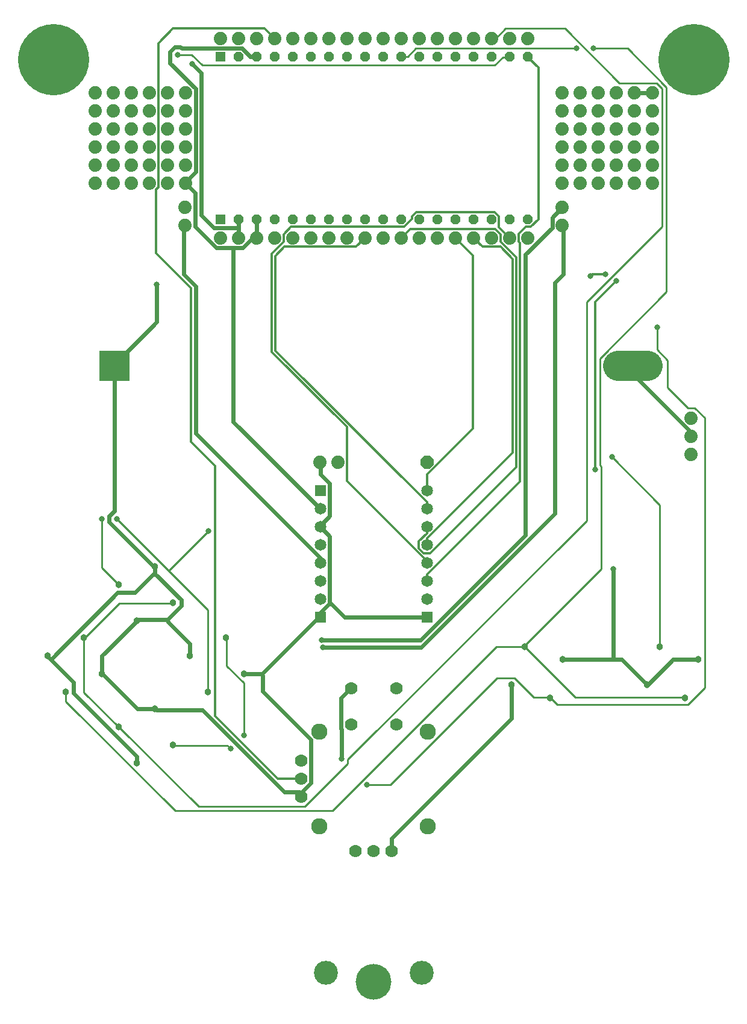
<source format=gbr>
G04 EAGLE Gerber RS-274X export*
G75*
%MOMM*%
%FSLAX34Y34*%
%LPD*%
%AMOC8*
5,1,8,0,0,1.08239X$1,22.5*%
G01*
%ADD10R,4.216000X4.216000*%
%ADD11C,4.216000*%
%ADD12R,1.649600X1.649600*%
%ADD13C,1.649600*%
%ADD14C,0.965200*%
%ADD15R,1.409600X1.409600*%
%ADD16P,1.525737X8X22.500000*%
%ADD17C,1.879600*%
%ADD18C,2.286000*%
%ADD19C,1.778000*%
%ADD20C,0.609600*%
%ADD21C,0.812800*%
%ADD22C,0.304800*%
%ADD23C,0.254000*%
%ADD24C,10.000000*%
%ADD25P,1.948302X8X22.500000*%
%ADD26C,3.366000*%
%ADD27C,5.016000*%


D10*
X135500Y920000D03*
D11*
X843420Y920000D02*
X885580Y920000D01*
D12*
X425000Y744900D03*
D13*
X425000Y719500D03*
X425000Y694100D03*
X425000Y668700D03*
X425000Y643300D03*
X425000Y617900D03*
X425000Y592500D03*
D12*
X425000Y567100D03*
X575000Y567100D03*
D13*
X575000Y592500D03*
X575000Y617900D03*
X575000Y643300D03*
X575000Y668700D03*
X575000Y694100D03*
X575000Y719500D03*
X575000Y744900D03*
D14*
X141900Y612700D03*
X192700Y638100D03*
X218100Y587300D03*
X167300Y561900D03*
X218100Y387300D03*
X167300Y361900D03*
X141900Y412700D03*
X192700Y438100D03*
X67300Y461900D03*
X41900Y512700D03*
X92700Y538100D03*
X118100Y487300D03*
X292700Y538100D03*
X318100Y487300D03*
X267300Y461900D03*
X241900Y512700D03*
X937961Y454079D03*
X884079Y472039D03*
X902039Y525921D03*
X955921Y507961D03*
X712039Y525921D03*
X765921Y507961D03*
X747961Y454079D03*
X694079Y472039D03*
D15*
X284800Y1125700D03*
D16*
X310200Y1125700D03*
X335600Y1125700D03*
X361000Y1125700D03*
X386400Y1125700D03*
X411800Y1125700D03*
X437200Y1125700D03*
X462600Y1125700D03*
X488000Y1125700D03*
X513400Y1125700D03*
X538800Y1125700D03*
X564200Y1125700D03*
X589600Y1125700D03*
X615000Y1125700D03*
X640400Y1125700D03*
X665800Y1125700D03*
X691200Y1125700D03*
X716600Y1125700D03*
X716600Y1354300D03*
X691200Y1354300D03*
X665800Y1354300D03*
X640400Y1354300D03*
X615000Y1354300D03*
X589600Y1354300D03*
X564200Y1354300D03*
X538800Y1354300D03*
X513400Y1354300D03*
X488000Y1354300D03*
X462600Y1354300D03*
X437200Y1354300D03*
X411800Y1354300D03*
X386400Y1354300D03*
X361000Y1354300D03*
X335600Y1354300D03*
X310200Y1354300D03*
D15*
X284800Y1354300D03*
D17*
X284800Y1380000D03*
X310200Y1380000D03*
X335600Y1380000D03*
X361000Y1380000D03*
X386400Y1380000D03*
X411800Y1380000D03*
X437200Y1380000D03*
X462600Y1380000D03*
X488000Y1380000D03*
X513400Y1380000D03*
X538800Y1380000D03*
X564200Y1380000D03*
X589600Y1380000D03*
X615000Y1380000D03*
X640400Y1380000D03*
X665800Y1380000D03*
X691200Y1380000D03*
X716600Y1380000D03*
X716600Y1100000D03*
X691200Y1100000D03*
X665800Y1100000D03*
X640400Y1100000D03*
X615000Y1100000D03*
X589600Y1100000D03*
X564200Y1100000D03*
X538800Y1100000D03*
X513400Y1100000D03*
X488000Y1100000D03*
X462600Y1100000D03*
X437200Y1100000D03*
X411800Y1100000D03*
X386400Y1100000D03*
X361000Y1100000D03*
X335600Y1100000D03*
X310200Y1100000D03*
X284800Y1100000D03*
X235200Y1143160D03*
X235200Y1117760D03*
X765200Y1117190D03*
X765200Y1142590D03*
X450000Y785000D03*
X424600Y785000D03*
D18*
X423800Y406675D03*
X576200Y406675D03*
X576200Y273325D03*
X423800Y273325D03*
D19*
X525400Y238400D03*
X500000Y238400D03*
X474600Y238400D03*
X398400Y340000D03*
X398400Y314600D03*
X398400Y365400D03*
X531750Y416200D03*
X468250Y416200D03*
X468250Y467000D03*
X531750Y467000D03*
D17*
X946000Y796000D03*
X946000Y821400D03*
X946000Y846800D03*
X764700Y1176500D03*
X790100Y1176500D03*
X815500Y1176500D03*
X840900Y1176500D03*
X866300Y1176500D03*
X891700Y1176500D03*
X764700Y1201900D03*
X790100Y1201900D03*
X815500Y1201900D03*
X840900Y1201900D03*
X866300Y1201900D03*
X891700Y1201900D03*
X764700Y1227300D03*
X790100Y1227300D03*
X815500Y1227300D03*
X840900Y1227300D03*
X866300Y1227300D03*
X891700Y1227300D03*
X764700Y1252700D03*
X790100Y1252700D03*
X815500Y1252700D03*
X840900Y1252700D03*
X866300Y1252700D03*
X891700Y1252700D03*
X764700Y1278100D03*
X790100Y1278100D03*
X815500Y1278100D03*
X840900Y1278100D03*
X866300Y1278100D03*
X891700Y1278100D03*
X764700Y1303500D03*
X790100Y1303500D03*
X815500Y1303500D03*
X840900Y1303500D03*
X866300Y1303500D03*
X891700Y1303500D03*
X108800Y1176500D03*
X134200Y1176500D03*
X159600Y1176500D03*
X185000Y1176500D03*
X210400Y1176500D03*
X235800Y1176500D03*
X108800Y1201900D03*
X134200Y1201900D03*
X159600Y1201900D03*
X185000Y1201900D03*
X210400Y1201900D03*
X235800Y1201900D03*
X108800Y1227300D03*
X134200Y1227300D03*
X159600Y1227300D03*
X185000Y1227300D03*
X210400Y1227300D03*
X235800Y1227300D03*
X108800Y1252700D03*
X134200Y1252700D03*
X159600Y1252700D03*
X185000Y1252700D03*
X210400Y1252700D03*
X235800Y1252700D03*
X108800Y1278100D03*
X134200Y1278100D03*
X159600Y1278100D03*
X185000Y1278100D03*
X210400Y1278100D03*
X235800Y1278100D03*
X108800Y1303500D03*
X134200Y1303500D03*
X159600Y1303500D03*
X185000Y1303500D03*
X210400Y1303500D03*
X235800Y1303500D03*
D20*
X167000Y372000D02*
X167000Y362000D01*
X167000Y372000D02*
X78500Y460500D01*
X78500Y476000D01*
X46500Y508000D02*
X42000Y512500D01*
X46500Y508000D02*
X78500Y476000D01*
X167000Y362000D02*
X167300Y361900D01*
X42000Y512500D02*
X41900Y512700D01*
X118500Y513000D02*
X118500Y487500D01*
X118500Y513000D02*
X167000Y561500D01*
X118500Y487500D02*
X118100Y487300D01*
X167000Y561500D02*
X167300Y561900D01*
X168000Y438500D02*
X192500Y438500D01*
X168000Y438500D02*
X121000Y485500D01*
X192500Y438500D02*
X192700Y438100D01*
X121000Y485500D02*
X118100Y487300D01*
X193000Y628000D02*
X193000Y638000D01*
X193000Y628000D02*
X229500Y591500D01*
X229500Y583000D01*
X210000Y563500D01*
X170000Y563500D01*
X193000Y638000D02*
X192700Y638100D01*
X170000Y563500D02*
X167300Y561900D01*
X241500Y530000D02*
X241500Y513000D01*
X241500Y530000D02*
X211000Y560500D01*
X241500Y513000D02*
X241900Y512700D01*
X211000Y560500D02*
X210000Y563500D01*
X135500Y716000D02*
X135500Y920000D01*
X135500Y716000D02*
X128500Y709000D01*
X128500Y701000D01*
X190000Y639500D01*
X192700Y638100D01*
X140000Y601500D02*
X48500Y510000D01*
X140000Y601500D02*
X164500Y601500D01*
X190000Y627000D01*
X48500Y510000D02*
X46500Y508000D01*
X190000Y627000D02*
X193000Y628000D01*
X195500Y982000D02*
X195500Y1034500D01*
X195500Y982000D02*
X136500Y923000D01*
X135500Y920000D01*
X694000Y472000D02*
X694000Y425000D01*
X525500Y256500D01*
X525500Y238500D01*
X694000Y472000D02*
X694079Y472039D01*
X525500Y238500D02*
X525400Y238400D01*
X866500Y1303500D02*
X891500Y1303500D01*
X891700Y1303500D01*
X866500Y1303500D02*
X866300Y1303500D01*
X849000Y507500D02*
X836500Y507500D01*
X766000Y507500D01*
X849000Y507500D02*
X884000Y472500D01*
X766000Y507500D02*
X765921Y507961D01*
X884000Y472500D02*
X884079Y472039D01*
X921000Y507500D02*
X955500Y507500D01*
X921000Y507500D02*
X887000Y473500D01*
X955500Y507500D02*
X955921Y507961D01*
X887000Y473500D02*
X884079Y472039D01*
X425000Y567500D02*
X425000Y574000D01*
X438000Y587000D01*
X438000Y681000D01*
X425000Y694000D01*
X425000Y567500D02*
X425000Y567100D01*
X425000Y694000D02*
X425000Y694100D01*
X459500Y567500D02*
X575000Y567500D01*
X459500Y567500D02*
X441000Y586000D01*
X575000Y567500D02*
X575000Y567100D01*
X441000Y586000D02*
X438000Y587000D01*
X343500Y487500D02*
X318500Y487500D01*
X343500Y487500D02*
X422000Y566000D01*
X318500Y487500D02*
X318100Y487300D01*
X422000Y566000D02*
X425000Y567100D01*
X425000Y768000D02*
X425000Y785000D01*
X425000Y768000D02*
X438000Y755000D01*
X438000Y709000D01*
X426000Y697000D01*
X425000Y785000D02*
X424600Y785000D01*
X426000Y697000D02*
X425000Y694100D01*
X836500Y635000D02*
X836500Y510500D01*
X836500Y507500D01*
X398500Y321000D02*
X398500Y315000D01*
X398500Y321000D02*
X412000Y334500D01*
X412000Y395500D01*
X344500Y463000D01*
X344500Y484500D01*
X398500Y315000D02*
X398400Y314600D01*
X344500Y484500D02*
X343500Y487500D01*
X259500Y437000D02*
X195500Y437000D01*
X259500Y437000D02*
X374500Y322000D01*
X395500Y322000D01*
X195500Y437000D02*
X192700Y438100D01*
X395500Y322000D02*
X398400Y314600D01*
D21*
X195500Y1034500D03*
X836500Y635000D03*
D20*
X310500Y1100000D02*
X310500Y1114000D01*
X310500Y1125500D01*
X310200Y1125700D01*
X310200Y1100000D02*
X310500Y1100000D01*
X307500Y1114000D02*
X275500Y1114000D01*
X258000Y1131500D01*
X258000Y1332000D01*
X245500Y1344500D01*
X307500Y1114000D02*
X310500Y1114000D01*
D21*
X245500Y1344500D03*
D20*
X336000Y1125500D02*
X336000Y1100000D01*
X336000Y1125500D02*
X335600Y1125700D01*
X335600Y1100000D02*
X336000Y1100000D01*
X333000Y1098500D02*
X328500Y1098500D01*
X316000Y1086000D01*
X303000Y1086000D02*
X279000Y1086000D01*
X303000Y1086000D02*
X316000Y1086000D01*
X279000Y1086000D02*
X249500Y1115500D01*
X249500Y1163000D01*
X236000Y1176500D01*
X333000Y1098500D02*
X335600Y1100000D01*
X236000Y1176500D02*
X235800Y1176500D01*
X326500Y1354500D02*
X335500Y1354500D01*
X326500Y1354500D02*
X315000Y1366000D01*
X230500Y1366000D01*
X228500Y1368000D01*
X220500Y1368000D01*
X214000Y1361500D01*
X214000Y1345500D01*
X250000Y1309500D01*
X250000Y1192500D01*
X237000Y1179500D01*
X335600Y1354300D02*
X335500Y1354500D01*
X237000Y1179500D02*
X235800Y1176500D01*
X455000Y410000D02*
X455000Y368500D01*
X455000Y410000D02*
X454500Y410500D01*
X454500Y453500D01*
X468000Y467000D01*
X468250Y467000D01*
X303000Y841500D02*
X303000Y1083000D01*
X303000Y841500D02*
X425000Y719500D01*
X303000Y1083000D02*
X303000Y1086000D01*
D21*
X455000Y368500D03*
D22*
X398000Y340000D02*
X365500Y340000D01*
X277000Y428500D01*
X277000Y780000D01*
X243500Y813500D01*
X243500Y1029500D01*
X194500Y1078500D01*
X194500Y1168000D01*
X197500Y1171000D01*
X197500Y1373500D01*
X218000Y1394000D01*
X347000Y1394000D01*
X361000Y1380000D01*
X398000Y340000D02*
X398400Y340000D01*
D23*
X294500Y387000D02*
X218500Y387000D01*
X294500Y387000D02*
X299000Y382500D01*
X317500Y401000D02*
X317500Y474500D01*
X293000Y499000D01*
X293000Y538000D01*
X218100Y387300D02*
X218500Y387000D01*
X292700Y538100D02*
X293000Y538000D01*
X725000Y454500D02*
X747500Y454500D01*
X725000Y454500D02*
X698000Y481500D01*
X673500Y481500D01*
X524000Y332000D01*
X491000Y332000D01*
X747500Y454500D02*
X747961Y454079D01*
X898500Y943000D02*
X898500Y974500D01*
X898500Y943000D02*
X913500Y928000D01*
X913500Y889500D01*
X942000Y861000D01*
X951500Y861000D01*
X965500Y847000D01*
X965500Y468500D01*
X941500Y444500D01*
X758000Y444500D01*
X749000Y453500D01*
X747961Y454079D01*
D21*
X299000Y382500D03*
X317500Y401000D03*
X491000Y332000D03*
X898500Y974500D03*
D23*
X67500Y461500D02*
X67500Y448500D01*
X221000Y295000D01*
X442000Y295000D01*
X672500Y525500D01*
X712000Y525500D01*
X67500Y461500D02*
X67300Y461900D01*
X712000Y525500D02*
X712039Y525921D01*
X783500Y454500D02*
X937500Y454500D01*
X783500Y454500D02*
X713000Y525000D01*
X937500Y454500D02*
X937961Y454079D01*
X713000Y525000D02*
X712039Y525921D01*
X548000Y1354500D02*
X539000Y1354500D01*
X548000Y1354500D02*
X559500Y1366000D01*
X785000Y1366000D01*
X809000Y1366000D02*
X857000Y1366000D01*
X911500Y1311500D01*
X911500Y1024000D01*
X818000Y930500D01*
X818000Y780500D01*
X820000Y778500D01*
X820000Y634500D01*
X712500Y527000D01*
X538800Y1354300D02*
X539000Y1354500D01*
X712500Y527000D02*
X712039Y525921D01*
D21*
X785000Y1366000D03*
X809000Y1366000D03*
D23*
X93000Y538000D02*
X93000Y461500D01*
X141500Y413000D01*
X93000Y538000D02*
X92700Y538100D01*
X141500Y413000D02*
X141900Y412700D01*
X142500Y587000D02*
X218000Y587000D01*
X142500Y587000D02*
X94000Y538500D01*
X218000Y587000D02*
X218100Y587300D01*
X94000Y538500D02*
X92700Y538100D01*
X666000Y1380000D02*
X671500Y1380000D01*
X685500Y1394000D01*
X769000Y1394000D01*
X845500Y1317500D01*
X897500Y1317500D01*
X905500Y1309500D01*
X905500Y1116000D01*
X799500Y1010000D01*
X799500Y703000D01*
X463500Y367000D01*
X463500Y361000D01*
X403500Y301000D01*
X254500Y301000D01*
X143000Y412500D01*
X665800Y1380000D02*
X666000Y1380000D01*
X143000Y412500D02*
X141900Y412700D01*
X267000Y462000D02*
X267000Y577000D01*
X211750Y632250D02*
X139000Y705000D01*
X211750Y632250D02*
X267000Y577000D01*
X118000Y636500D02*
X118000Y705000D01*
X118000Y636500D02*
X141500Y613000D01*
X267000Y462000D02*
X267300Y461900D01*
X141900Y612700D02*
X141500Y613000D01*
X902000Y526000D02*
X902000Y725000D01*
X835000Y792000D01*
X268000Y688500D02*
X212500Y633000D01*
X902000Y526000D02*
X902039Y525921D01*
X212500Y633000D02*
X211750Y632250D01*
X682000Y1354000D02*
X691000Y1354000D01*
X682000Y1354000D02*
X670500Y1342500D01*
X259500Y1342500D01*
X244500Y1357500D01*
X224500Y1357500D01*
X691000Y1354000D02*
X691200Y1354300D01*
D21*
X139000Y705000D03*
X118000Y705000D03*
X835000Y792000D03*
X268000Y688500D03*
X224500Y1357500D03*
D22*
X575000Y627000D02*
X575000Y618000D01*
X575000Y627000D02*
X705500Y757500D01*
X705500Y1093000D01*
X704000Y1094500D01*
X704000Y1105500D01*
X714000Y1115500D01*
X721000Y1115500D01*
X731500Y1126000D01*
X731500Y1339500D01*
X717000Y1354000D01*
X575000Y618000D02*
X575000Y617900D01*
X717000Y1354000D02*
X716600Y1354300D01*
X575000Y728500D02*
X575000Y719500D01*
X575000Y728500D02*
X362000Y941500D01*
X362000Y1074500D01*
X375000Y1087500D01*
X475500Y1087500D01*
X488000Y1100000D01*
X575000Y694000D02*
X575000Y685000D01*
X563500Y673500D01*
X563500Y664000D01*
X570500Y657000D01*
X579500Y657000D01*
X700500Y778000D01*
X700500Y1073000D01*
X678500Y1095000D01*
X678500Y1105000D01*
X671000Y1112500D01*
X551500Y1112500D01*
X539000Y1100000D01*
X575000Y694100D02*
X575000Y694000D01*
X539000Y1100000D02*
X538800Y1100000D01*
X575000Y767500D02*
X575000Y745000D01*
X575000Y767500D02*
X640000Y832500D01*
X640000Y1075000D01*
X615000Y1100000D01*
X575000Y745000D02*
X575000Y744900D01*
X575000Y678000D02*
X575000Y669000D01*
X575000Y678000D02*
X695500Y798500D01*
X695500Y1070500D01*
X678500Y1087500D01*
X653000Y1087500D01*
X640500Y1100000D01*
X575000Y669000D02*
X575000Y668700D01*
X640400Y1100000D02*
X640500Y1100000D01*
X811500Y1010000D02*
X811500Y775000D01*
X811500Y1010000D02*
X841500Y1040000D01*
X826000Y1048500D02*
X807000Y1048500D01*
X804500Y1046000D01*
D21*
X811500Y775000D03*
X841500Y1040000D03*
X826000Y1048500D03*
X804500Y1046000D03*
D22*
X575000Y646000D02*
X575000Y643500D01*
X575000Y646000D02*
X462500Y758500D01*
X462500Y834500D01*
X357000Y940000D01*
X357000Y1078000D01*
X373500Y1094500D01*
X373500Y1105000D01*
X384000Y1115500D01*
X543000Y1115500D01*
X554000Y1126500D01*
X554000Y1130000D01*
X560000Y1136000D01*
X670000Y1136000D01*
X676000Y1130000D01*
X676000Y1115000D01*
X691000Y1100000D01*
X575000Y643500D02*
X575000Y643300D01*
X691000Y1100000D02*
X691200Y1100000D01*
D20*
X567000Y525000D02*
X428500Y525000D01*
X567000Y525000D02*
X755000Y713000D01*
X755000Y1037000D01*
X767000Y1049000D01*
X767000Y1115500D01*
X765500Y1117000D01*
X765200Y1117190D01*
D21*
X428500Y525000D03*
D20*
X427500Y535000D02*
X566000Y535000D01*
X713000Y682000D01*
X713000Y1076500D01*
X751000Y1114500D01*
X751000Y1128500D01*
X765000Y1142500D01*
X765200Y1142590D01*
D21*
X427500Y535000D03*
D20*
X425000Y643500D02*
X425000Y650500D01*
X250000Y825500D01*
X250000Y1032000D01*
X233000Y1049000D01*
X233000Y1115500D01*
X235000Y1117500D01*
X425000Y643500D02*
X425000Y643300D01*
X235000Y1117500D02*
X235200Y1117760D01*
D24*
X50000Y1350000D03*
X950000Y1350000D03*
D20*
X946000Y827000D02*
X946000Y821500D01*
X946000Y827000D02*
X864500Y908500D01*
X864500Y920000D01*
X946000Y821500D02*
X946000Y821400D01*
D25*
X575000Y785000D03*
D26*
X567310Y67310D03*
X432690Y67310D03*
D27*
X500000Y55000D03*
M02*

</source>
